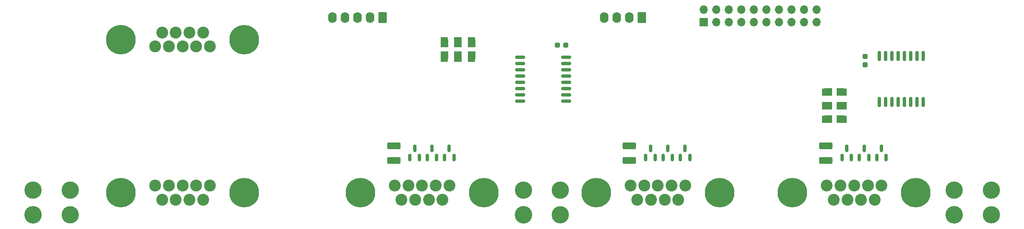
<source format=gts>
%TF.GenerationSoftware,KiCad,Pcbnew,(5.99.0-8090-ga1d7a959f7)*%
%TF.CreationDate,2021-08-13T15:27:52+01:00*%
%TF.ProjectId,CONIO-A,434f4e49-4f2d-4412-9e6b-696361645f70,rev?*%
%TF.SameCoordinates,Original*%
%TF.FileFunction,Soldermask,Top*%
%TF.FilePolarity,Negative*%
%FSLAX46Y46*%
G04 Gerber Fmt 4.6, Leading zero omitted, Abs format (unit mm)*
G04 Created by KiCad (PCBNEW (5.99.0-8090-ga1d7a959f7)) date 2021-08-13 15:27:52*
%MOMM*%
%LPD*%
G01*
G04 APERTURE LIST*
G04 Aperture macros list*
%AMRoundRect*
0 Rectangle with rounded corners*
0 $1 Rounding radius*
0 $2 $3 $4 $5 $6 $7 $8 $9 X,Y pos of 4 corners*
0 Add a 4 corners polygon primitive as box body*
4,1,4,$2,$3,$4,$5,$6,$7,$8,$9,$2,$3,0*
0 Add four circle primitives for the rounded corners*
1,1,$1+$1,$2,$3,0*
1,1,$1+$1,$4,$5,0*
1,1,$1+$1,$6,$7,0*
1,1,$1+$1,$8,$9,0*
0 Add four rect primitives between the rounded corners*
20,1,$1+$1,$2,$3,$4,$5,0*
20,1,$1+$1,$4,$5,$6,$7,0*
20,1,$1+$1,$6,$7,$8,$9,0*
20,1,$1+$1,$8,$9,$2,$3,0*%
G04 Aperture macros list end*
%ADD10C,6.000000*%
%ADD11C,2.400000*%
%ADD12R,1.700000X1.700000*%
%ADD13O,1.700000X1.700000*%
%ADD14RoundRect,0.150000X0.150000X-0.587500X0.150000X0.587500X-0.150000X0.587500X-0.150000X-0.587500X0*%
%ADD15R,1.500000X1.500000*%
%ADD16RoundRect,0.250001X-1.074999X0.462499X-1.074999X-0.462499X1.074999X-0.462499X1.074999X0.462499X0*%
%ADD17C,3.500000*%
%ADD18C,3.550000*%
%ADD19RoundRect,0.250000X0.620000X0.845000X-0.620000X0.845000X-0.620000X-0.845000X0.620000X-0.845000X0*%
%ADD20O,1.740000X2.190000*%
%ADD21RoundRect,0.237500X0.300000X0.237500X-0.300000X0.237500X-0.300000X-0.237500X0.300000X-0.237500X0*%
%ADD22RoundRect,0.150000X-0.875000X-0.150000X0.875000X-0.150000X0.875000X0.150000X-0.875000X0.150000X0*%
%ADD23RoundRect,0.150000X0.150000X-0.875000X0.150000X0.875000X-0.150000X0.875000X-0.150000X-0.875000X0*%
%ADD24RoundRect,0.237500X-0.237500X0.300000X-0.237500X-0.300000X0.237500X-0.300000X0.237500X0.300000X0*%
G04 APERTURE END LIST*
D10*
%TO.C,J6*%
X189545000Y-110800000D03*
X164555000Y-110800000D03*
D11*
X171510000Y-109380000D03*
X174280000Y-109380000D03*
X177050000Y-109380000D03*
X179820000Y-109380000D03*
X182590000Y-109380000D03*
X172895000Y-112220000D03*
X175665000Y-112220000D03*
X178435000Y-112220000D03*
X181205000Y-112220000D03*
%TD*%
D12*
%TO.C,J3*%
X186300000Y-76300000D03*
D13*
X186300000Y-73760000D03*
X188840000Y-76300000D03*
X188840000Y-73760000D03*
X191380000Y-76300000D03*
X191380000Y-73760000D03*
X193920000Y-76300000D03*
X193920000Y-73760000D03*
X196460000Y-76300000D03*
X196460000Y-73760000D03*
X199000000Y-76300000D03*
X199000000Y-73760000D03*
X201540000Y-76300000D03*
X201540000Y-73760000D03*
X204080000Y-76300000D03*
X204080000Y-73760000D03*
X206620000Y-76300000D03*
X206620000Y-73760000D03*
X209160000Y-76300000D03*
X209160000Y-73760000D03*
%TD*%
D14*
%TO.C,D5*%
X178100000Y-103737500D03*
X180000000Y-103737500D03*
X179050000Y-101862500D03*
%TD*%
D10*
%TO.C,J8*%
X68305000Y-110800000D03*
X93295000Y-110800000D03*
D11*
X75260000Y-109380000D03*
X78030000Y-109380000D03*
X80800000Y-109380000D03*
X83570000Y-109380000D03*
X86340000Y-109380000D03*
X76645000Y-112220000D03*
X79415000Y-112220000D03*
X82185000Y-112220000D03*
X84955000Y-112220000D03*
%TD*%
D14*
%TO.C,D4*%
X130350000Y-103737500D03*
X132250000Y-103737500D03*
X131300000Y-101862500D03*
%TD*%
%TO.C,D9*%
X214350000Y-103737500D03*
X216250000Y-103737500D03*
X215300000Y-101862500D03*
%TD*%
D15*
%TO.C,JP4*%
X214000000Y-93200000D03*
X211600000Y-93200000D03*
G36*
X213800000Y-93200000D02*
G01*
X214300001Y-92450000D01*
X215300000Y-92450001D01*
X215299999Y-93950000D01*
X214300000Y-93949999D01*
X213800000Y-93200000D01*
G37*
G36*
X211800000Y-93200000D02*
G01*
X211300000Y-93950000D01*
X210300000Y-93950000D01*
X210300000Y-92450000D01*
X211300000Y-92450000D01*
X211800000Y-93200000D01*
G37*
%TD*%
D16*
%TO.C,F2*%
X171300000Y-101312500D03*
X171300000Y-104287500D03*
%TD*%
D15*
%TO.C,JP1*%
X139300000Y-80600000D03*
X139300000Y-83000000D03*
G36*
X139300000Y-82800000D02*
G01*
X140050000Y-83300001D01*
X140050000Y-84300000D01*
X138550000Y-84299999D01*
X138550000Y-83300000D01*
X139300000Y-82800000D01*
G37*
G36*
X139300000Y-80800000D02*
G01*
X138550000Y-80299999D01*
X138550001Y-79300000D01*
X140050000Y-79300001D01*
X140049999Y-80300000D01*
X139300000Y-80800000D01*
G37*
%TD*%
D17*
%TO.C,H2*%
X157300000Y-110300000D03*
X149800000Y-110300000D03*
D18*
X149800000Y-115300000D03*
D17*
X157300000Y-115300000D03*
%TD*%
D19*
%TO.C,J2*%
X121300000Y-75300000D03*
D20*
X118760000Y-75300000D03*
X116220000Y-75300000D03*
X113680000Y-75300000D03*
X111140000Y-75300000D03*
%TD*%
D14*
%TO.C,D1*%
X133850000Y-103737500D03*
X135750000Y-103737500D03*
X134800000Y-101862500D03*
%TD*%
%TO.C,D2*%
X181600000Y-103737500D03*
X183500000Y-103737500D03*
X182550000Y-101862500D03*
%TD*%
D15*
%TO.C,JP5*%
X133800000Y-80600000D03*
X133800000Y-83000000D03*
G36*
X133800000Y-82800000D02*
G01*
X134550000Y-83300001D01*
X134550000Y-84300000D01*
X133050000Y-84299999D01*
X133050000Y-83300000D01*
X133800000Y-82800000D01*
G37*
G36*
X133800000Y-80800000D02*
G01*
X133050000Y-80299999D01*
X133050001Y-79300000D01*
X134550000Y-79300001D01*
X134549999Y-80300000D01*
X133800000Y-80800000D01*
G37*
%TD*%
D21*
%TO.C,C1*%
X158412500Y-80912500D03*
X156687500Y-80912500D03*
%TD*%
D14*
%TO.C,D7*%
X126850000Y-103737500D03*
X128750000Y-103737500D03*
X127800000Y-101862500D03*
%TD*%
%TO.C,D8*%
X174600000Y-103737500D03*
X176500000Y-103737500D03*
X175550000Y-101862500D03*
%TD*%
D22*
%TO.C,U1*%
X149150000Y-83355000D03*
X149150000Y-84625000D03*
X149150000Y-85895000D03*
X149150000Y-87165000D03*
X149150000Y-88435000D03*
X149150000Y-89705000D03*
X149150000Y-90975000D03*
X149150000Y-92245000D03*
X158450000Y-92245000D03*
X158450000Y-90975000D03*
X158450000Y-89705000D03*
X158450000Y-88435000D03*
X158450000Y-87165000D03*
X158450000Y-85895000D03*
X158450000Y-84625000D03*
X158450000Y-83355000D03*
%TD*%
D10*
%TO.C,J4*%
X93295000Y-79800000D03*
X68305000Y-79800000D03*
D11*
X86340000Y-81220000D03*
X83570000Y-81220000D03*
X80800000Y-81220000D03*
X78030000Y-81220000D03*
X75260000Y-81220000D03*
X84955000Y-78380000D03*
X82185000Y-78380000D03*
X79415000Y-78380000D03*
X76645000Y-78380000D03*
%TD*%
D15*
%TO.C,JP2*%
X211600000Y-90450000D03*
X214000000Y-90450000D03*
G36*
X213800000Y-90450000D02*
G01*
X214300001Y-89700000D01*
X215300000Y-89700001D01*
X215299999Y-91200000D01*
X214300000Y-91199999D01*
X213800000Y-90450000D01*
G37*
G36*
X211800000Y-90450000D02*
G01*
X211300000Y-91200000D01*
X210300000Y-91200000D01*
X210300000Y-89700000D01*
X211300000Y-89700000D01*
X211800000Y-90450000D01*
G37*
%TD*%
D14*
%TO.C,D6*%
X217850000Y-103737500D03*
X219750000Y-103737500D03*
X218800000Y-101862500D03*
%TD*%
D15*
%TO.C,JP3*%
X136550000Y-83000000D03*
X136550000Y-80600000D03*
G36*
X136550000Y-82800000D02*
G01*
X137300000Y-83300001D01*
X137300000Y-84300000D01*
X135800000Y-84299999D01*
X135800000Y-83300000D01*
X136550000Y-82800000D01*
G37*
G36*
X136550000Y-80800000D02*
G01*
X135800000Y-80299999D01*
X135800001Y-79300000D01*
X137300000Y-79300001D01*
X137299999Y-80300000D01*
X136550000Y-80800000D01*
G37*
%TD*%
D16*
%TO.C,F3*%
X211050000Y-101312500D03*
X211050000Y-104287500D03*
%TD*%
D10*
%TO.C,J7*%
X204305000Y-110800000D03*
X229295000Y-110800000D03*
D11*
X211260000Y-109380000D03*
X214030000Y-109380000D03*
X216800000Y-109380000D03*
X219570000Y-109380000D03*
X222340000Y-109380000D03*
X212645000Y-112220000D03*
X215415000Y-112220000D03*
X218185000Y-112220000D03*
X220955000Y-112220000D03*
%TD*%
D16*
%TO.C,F1*%
X123550000Y-101312500D03*
X123550000Y-104287500D03*
%TD*%
D17*
%TO.C,H1*%
X58050000Y-110300000D03*
X58050000Y-115300000D03*
D18*
X50550000Y-115300000D03*
D17*
X50550000Y-110300000D03*
%TD*%
D14*
%TO.C,D3*%
X221350000Y-103737500D03*
X223250000Y-103737500D03*
X222300000Y-101862500D03*
%TD*%
D10*
%TO.C,J5*%
X116805000Y-110800000D03*
X141795000Y-110800000D03*
D11*
X123760000Y-109380000D03*
X126530000Y-109380000D03*
X129300000Y-109380000D03*
X132070000Y-109380000D03*
X134840000Y-109380000D03*
X125145000Y-112220000D03*
X127915000Y-112220000D03*
X130685000Y-112220000D03*
X133455000Y-112220000D03*
%TD*%
D19*
%TO.C,J1*%
X173800000Y-75300000D03*
D20*
X171260000Y-75300000D03*
X168720000Y-75300000D03*
X166180000Y-75300000D03*
%TD*%
D17*
%TO.C,H3*%
X244550000Y-110300000D03*
D18*
X237050000Y-115300000D03*
D17*
X237050000Y-110300000D03*
X244550000Y-115300000D03*
%TD*%
D23*
%TO.C,U2*%
X221855000Y-92450000D03*
X223125000Y-92450000D03*
X224395000Y-92450000D03*
X225665000Y-92450000D03*
X226935000Y-92450000D03*
X228205000Y-92450000D03*
X229475000Y-92450000D03*
X230745000Y-92450000D03*
X230745000Y-83150000D03*
X229475000Y-83150000D03*
X228205000Y-83150000D03*
X226935000Y-83150000D03*
X225665000Y-83150000D03*
X224395000Y-83150000D03*
X223125000Y-83150000D03*
X221855000Y-83150000D03*
%TD*%
D15*
%TO.C,JP6*%
X214000000Y-95950000D03*
X211600000Y-95950000D03*
G36*
X213800000Y-95950000D02*
G01*
X214300001Y-95200000D01*
X215300000Y-95200001D01*
X215299999Y-96700000D01*
X214300000Y-96699999D01*
X213800000Y-95950000D01*
G37*
G36*
X211800000Y-95950000D02*
G01*
X211300000Y-96700000D01*
X210300000Y-96700000D01*
X210300000Y-95200000D01*
X211300000Y-95200000D01*
X211800000Y-95950000D01*
G37*
%TD*%
D24*
%TO.C,C2*%
X219050000Y-83187500D03*
X219050000Y-84912500D03*
%TD*%
M02*

</source>
